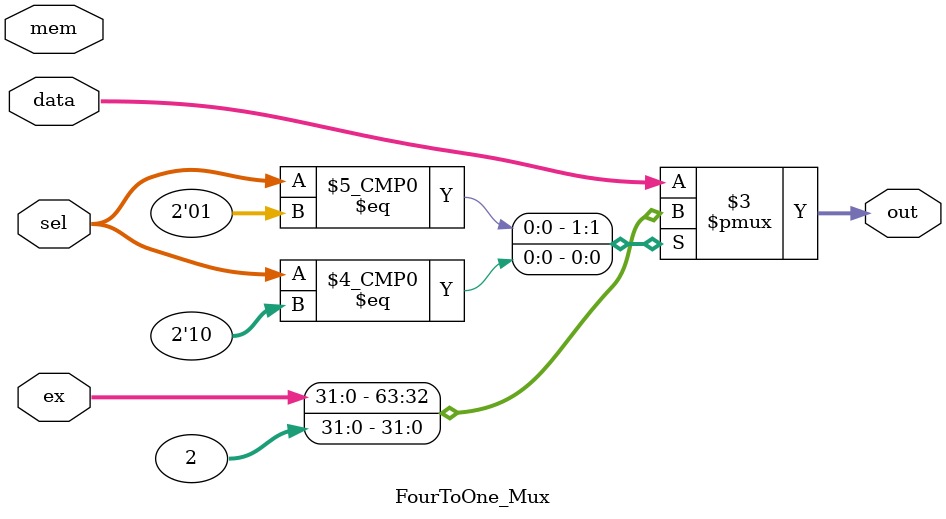
<source format=v>
`timescale 1ns / 1ps

module FourToOne_Mux(
	input wire [31:0] data,
	input wire [31:0] ex,
	input wire [31:0] mem,
	input wire [1:0] sel,
	output reg [31:0] out
    );
	 
	localparam [1:0]	DATA = 2'b00,
							EX = 2'b01,
							MEM = 2'b10;
	 
	always @ *  begin
		case (sel) 
			DATA: out = data;
			EX: out = ex;
			MEM: out = MEM;
			default: out = data;
		endcase
	end 
endmodule

</source>
